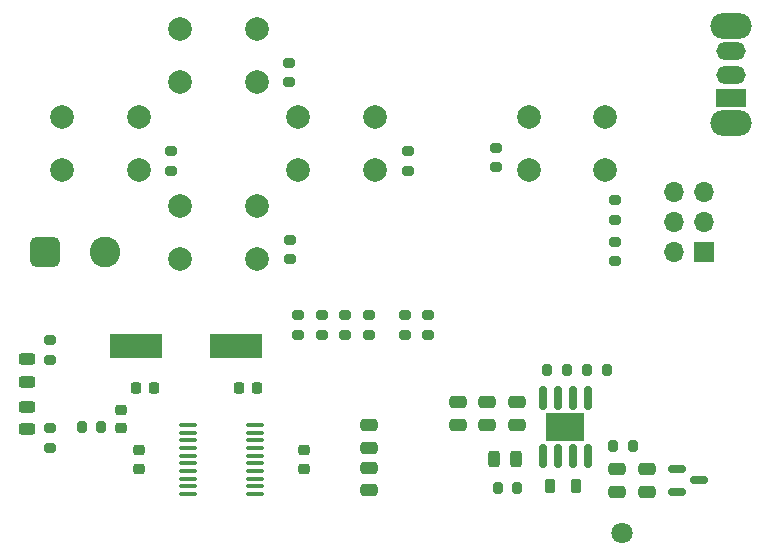
<source format=gbr>
%TF.GenerationSoftware,KiCad,Pcbnew,8.0.0*%
%TF.CreationDate,2024-03-23T15:17:17+01:00*%
%TF.ProjectId,stopwatchy,73746f70-7761-4746-9368-792e6b696361,rev?*%
%TF.SameCoordinates,Original*%
%TF.FileFunction,Soldermask,Top*%
%TF.FilePolarity,Negative*%
%FSLAX46Y46*%
G04 Gerber Fmt 4.6, Leading zero omitted, Abs format (unit mm)*
G04 Created by KiCad (PCBNEW 8.0.0) date 2024-03-23 15:17:17*
%MOMM*%
%LPD*%
G01*
G04 APERTURE LIST*
G04 Aperture macros list*
%AMRoundRect*
0 Rectangle with rounded corners*
0 $1 Rounding radius*
0 $2 $3 $4 $5 $6 $7 $8 $9 X,Y pos of 4 corners*
0 Add a 4 corners polygon primitive as box body*
4,1,4,$2,$3,$4,$5,$6,$7,$8,$9,$2,$3,0*
0 Add four circle primitives for the rounded corners*
1,1,$1+$1,$2,$3*
1,1,$1+$1,$4,$5*
1,1,$1+$1,$6,$7*
1,1,$1+$1,$8,$9*
0 Add four rect primitives between the rounded corners*
20,1,$1+$1,$2,$3,$4,$5,0*
20,1,$1+$1,$4,$5,$6,$7,0*
20,1,$1+$1,$6,$7,$8,$9,0*
20,1,$1+$1,$8,$9,$2,$3,0*%
G04 Aperture macros list end*
%ADD10RoundRect,0.225000X-0.225000X-0.250000X0.225000X-0.250000X0.225000X0.250000X-0.225000X0.250000X0*%
%ADD11RoundRect,0.200000X-0.200000X-0.275000X0.200000X-0.275000X0.200000X0.275000X-0.200000X0.275000X0*%
%ADD12RoundRect,0.218750X0.218750X0.381250X-0.218750X0.381250X-0.218750X-0.381250X0.218750X-0.381250X0*%
%ADD13RoundRect,0.150000X0.150000X-0.825000X0.150000X0.825000X-0.150000X0.825000X-0.150000X-0.825000X0*%
%ADD14R,3.300000X2.410000*%
%ADD15RoundRect,0.243750X-0.456250X0.243750X-0.456250X-0.243750X0.456250X-0.243750X0.456250X0.243750X0*%
%ADD16RoundRect,0.200000X0.275000X-0.200000X0.275000X0.200000X-0.275000X0.200000X-0.275000X-0.200000X0*%
%ADD17RoundRect,0.200000X0.200000X0.275000X-0.200000X0.275000X-0.200000X-0.275000X0.200000X-0.275000X0*%
%ADD18C,2.000000*%
%ADD19RoundRect,0.250000X-0.475000X0.250000X-0.475000X-0.250000X0.475000X-0.250000X0.475000X0.250000X0*%
%ADD20RoundRect,0.250000X0.475000X-0.250000X0.475000X0.250000X-0.475000X0.250000X-0.475000X-0.250000X0*%
%ADD21RoundRect,0.225000X0.250000X-0.225000X0.250000X0.225000X-0.250000X0.225000X-0.250000X-0.225000X0*%
%ADD22RoundRect,0.225000X-0.250000X0.225000X-0.250000X-0.225000X0.250000X-0.225000X0.250000X0.225000X0*%
%ADD23RoundRect,0.243750X0.243750X0.456250X-0.243750X0.456250X-0.243750X-0.456250X0.243750X-0.456250X0*%
%ADD24RoundRect,0.150000X-0.587500X-0.150000X0.587500X-0.150000X0.587500X0.150000X-0.587500X0.150000X0*%
%ADD25R,1.700000X1.700000*%
%ADD26O,1.700000X1.700000*%
%ADD27RoundRect,0.200000X-0.275000X0.200000X-0.275000X-0.200000X0.275000X-0.200000X0.275000X0.200000X0*%
%ADD28RoundRect,0.650000X-0.650000X-0.650000X0.650000X-0.650000X0.650000X0.650000X-0.650000X0.650000X0*%
%ADD29C,2.600000*%
%ADD30O,3.500000X2.200000*%
%ADD31R,2.500000X1.500000*%
%ADD32O,2.500000X1.500000*%
%ADD33R,4.500000X2.000000*%
%ADD34RoundRect,0.243750X0.456250X-0.243750X0.456250X0.243750X-0.456250X0.243750X-0.456250X-0.243750X0*%
%ADD35RoundRect,0.100000X-0.637500X-0.100000X0.637500X-0.100000X0.637500X0.100000X-0.637500X0.100000X0*%
%ADD36C,1.800000*%
G04 APERTURE END LIST*
D10*
%TO.C,C11*%
X129375000Y-104500000D03*
X130925000Y-104500000D03*
%TD*%
D11*
%TO.C,R3*%
X155475000Y-103000000D03*
X157125000Y-103000000D03*
%TD*%
%TO.C,R1*%
X116062500Y-107850000D03*
X117712500Y-107850000D03*
%TD*%
D12*
%TO.C,L1*%
X157862500Y-112800000D03*
X155737500Y-112800000D03*
%TD*%
D13*
%TO.C,U1*%
X155077500Y-110300000D03*
X156347500Y-110300000D03*
X157617500Y-110300000D03*
X158887500Y-110300000D03*
X158887500Y-105350000D03*
X157617500Y-105350000D03*
X156347500Y-105350000D03*
X155077500Y-105350000D03*
D14*
X156982500Y-107825000D03*
%TD*%
D15*
%TO.C,D2*%
X111387500Y-102100000D03*
X111387500Y-103975000D03*
%TD*%
D16*
%TO.C,R8*%
X138387500Y-100000000D03*
X138387500Y-98350000D03*
%TD*%
D17*
%TO.C,R21*%
X152949262Y-112999195D03*
X151299262Y-112999195D03*
%TD*%
D16*
%TO.C,R13*%
X123637500Y-86125000D03*
X123637500Y-84475000D03*
%TD*%
D18*
%TO.C,SW5*%
X120887500Y-86100000D03*
X114387500Y-86100000D03*
X120887500Y-81600000D03*
X114387500Y-81600000D03*
%TD*%
D19*
%TO.C,C4*%
X140387500Y-111275002D03*
X140387500Y-113175002D03*
%TD*%
D11*
%TO.C,R9*%
X161050000Y-109400000D03*
X162700000Y-109400000D03*
%TD*%
D20*
%TO.C,C6*%
X163887500Y-113300000D03*
X163887500Y-111400000D03*
%TD*%
D21*
%TO.C,C5*%
X119387500Y-107900000D03*
X119387500Y-106350000D03*
%TD*%
D18*
%TO.C,SW3*%
X153887500Y-81600000D03*
X160387500Y-81600000D03*
X153887500Y-86100000D03*
X160387500Y-86100000D03*
%TD*%
D22*
%TO.C,C3*%
X120887500Y-109800000D03*
X120887500Y-111350000D03*
%TD*%
D19*
%TO.C,C9*%
X150387500Y-105749998D03*
X150387500Y-107649998D03*
%TD*%
D16*
%TO.C,R7*%
X136387500Y-100000000D03*
X136387500Y-98350000D03*
%TD*%
%TO.C,R12*%
X143637500Y-86125000D03*
X143637500Y-84475000D03*
%TD*%
D23*
%TO.C,D3*%
X152852500Y-110500000D03*
X150977500Y-110500000D03*
%TD*%
D18*
%TO.C,SW7*%
X130887500Y-93600000D03*
X124387500Y-93600000D03*
X130887500Y-89100000D03*
X124387500Y-89100000D03*
%TD*%
D24*
%TO.C,Q1*%
X166450000Y-111400000D03*
X166450000Y-113300000D03*
X168325000Y-112350000D03*
%TD*%
D25*
%TO.C,J4*%
X168775001Y-93025000D03*
D26*
X166235001Y-93025000D03*
X168775001Y-90485000D03*
X166235001Y-90485000D03*
X168775001Y-87945000D03*
X166235001Y-87945000D03*
%TD*%
D11*
%TO.C,R5*%
X158875000Y-103000000D03*
X160525000Y-103000000D03*
%TD*%
D16*
%TO.C,R16*%
X133700000Y-93625000D03*
X133700000Y-91975000D03*
%TD*%
D27*
%TO.C,R20*%
X161200000Y-88625000D03*
X161200000Y-90275000D03*
%TD*%
D18*
%TO.C,SW4*%
X140887500Y-86100000D03*
X134387500Y-86100000D03*
X140887500Y-81600000D03*
X134387500Y-81600000D03*
%TD*%
D28*
%TO.C,J2*%
X112960000Y-93000000D03*
D29*
X118040000Y-93000000D03*
%TD*%
D16*
%TO.C,R11*%
X151137500Y-85825000D03*
X151137500Y-84175000D03*
%TD*%
D20*
%TO.C,C1*%
X140387500Y-109575000D03*
X140387500Y-107675000D03*
%TD*%
D30*
%TO.C,SW2*%
X171000000Y-82100000D03*
X171000000Y-73900000D03*
D31*
X171000000Y-80000000D03*
D32*
X171000000Y-78000000D03*
X171000000Y-76000000D03*
%TD*%
D16*
%TO.C,R17*%
X143387500Y-100000000D03*
X143387500Y-98350000D03*
%TD*%
%TO.C,R15*%
X133637500Y-78625000D03*
X133637500Y-76975000D03*
%TD*%
D10*
%TO.C,C12*%
X120612500Y-104500000D03*
X122162500Y-104500000D03*
%TD*%
D33*
%TO.C,Y1*%
X120637500Y-101000000D03*
X129137500Y-101000000D03*
%TD*%
D19*
%TO.C,C10*%
X147887500Y-105749998D03*
X147887500Y-107649998D03*
%TD*%
D22*
%TO.C,C2*%
X134887500Y-109800000D03*
X134887500Y-111350000D03*
%TD*%
D16*
%TO.C,R19*%
X161200000Y-93775000D03*
X161200000Y-92125000D03*
%TD*%
D20*
%TO.C,C7*%
X161387500Y-113292988D03*
X161387500Y-111392988D03*
%TD*%
D16*
%TO.C,R10*%
X140387500Y-100000000D03*
X140387500Y-98350000D03*
%TD*%
%TO.C,R18*%
X145387500Y-100000000D03*
X145387500Y-98350000D03*
%TD*%
D34*
%TO.C,D1*%
X111387500Y-107974999D03*
X111387500Y-106099999D03*
%TD*%
D16*
%TO.C,R6*%
X134387500Y-100000000D03*
X134387500Y-98350000D03*
%TD*%
%TO.C,R4*%
X113387500Y-102125000D03*
X113387500Y-100475000D03*
%TD*%
D27*
%TO.C,R2*%
X113387500Y-107950000D03*
X113387500Y-109600000D03*
%TD*%
D19*
%TO.C,C8*%
X152887500Y-105750000D03*
X152887500Y-107650000D03*
%TD*%
D35*
%TO.C,U2*%
X125025000Y-107650000D03*
X125025000Y-108300000D03*
X125025000Y-108950000D03*
X125025000Y-109600000D03*
X125025000Y-110250000D03*
X125025000Y-110900000D03*
X125025000Y-111550000D03*
X125025000Y-112200000D03*
X125025000Y-112850000D03*
X125025000Y-113500000D03*
X130750000Y-113500000D03*
X130750000Y-112850000D03*
X130750000Y-112200000D03*
X130750000Y-111550000D03*
X130750000Y-110900000D03*
X130750000Y-110250000D03*
X130750000Y-109600000D03*
X130750000Y-108950000D03*
X130750000Y-108300000D03*
X130750000Y-107650000D03*
%TD*%
D18*
%TO.C,SW6*%
X130887500Y-78600000D03*
X124387500Y-78600000D03*
X130887500Y-74100000D03*
X124387500Y-74100000D03*
%TD*%
D36*
%TO.C,BT1*%
X161837500Y-116810000D03*
%TD*%
M02*

</source>
